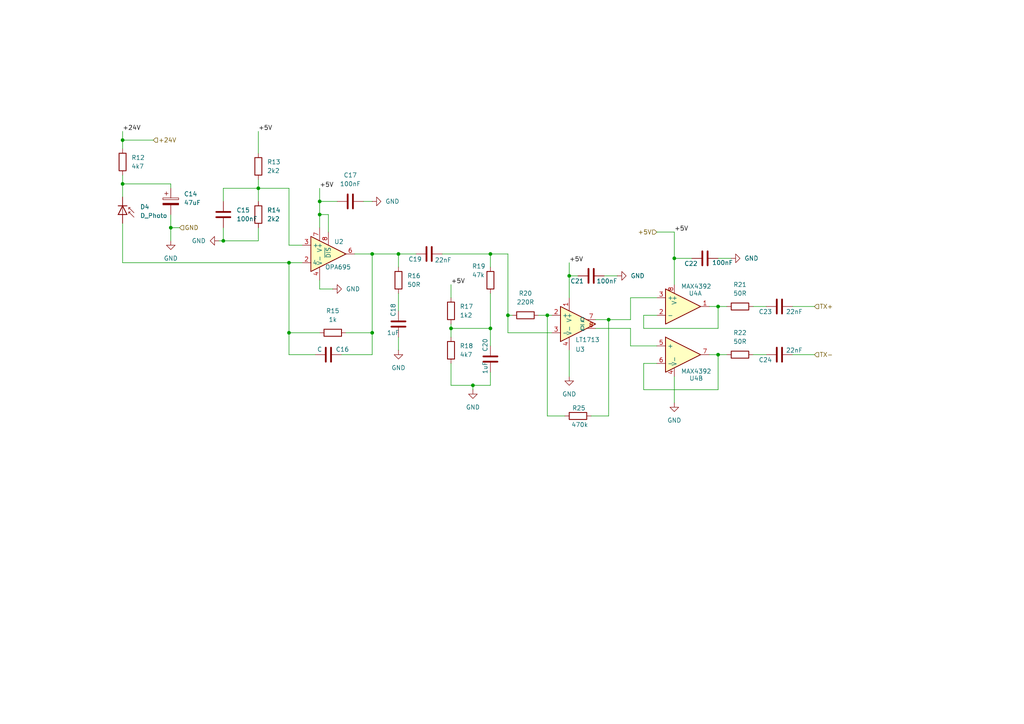
<source format=kicad_sch>
(kicad_sch (version 20231120) (generator "eeschema") (generator_version "8.0")
  (paper "A4")
  (lib_symbols
    (symbol "Device:C" (pin_numbers hide) (pin_names (offset 0.254))
      (property "Reference" "C" (at 0.635 2.54 0))
      (property "Value" "C" (at 0.635 -2.54 0))
      (symbol "C_0_1"
        (polyline (pts (xy -2.032 -0.762) (xy 2.032 -0.762)) (stroke (width 0.508)))
        (polyline (pts (xy -2.032 0.762) (xy 2.032 0.762)) (stroke (width 0.508)))
      )
      (symbol "C_1_1"
        (pin passive line (at 0 3.81 270) (length 2.794) (name "~") (number "1"))
        (pin passive line (at 0 -3.81 90) (length 2.794) (name "~") (number "2"))
      )
    )
    (symbol "Device:C_Polarized" (pin_numbers hide) (pin_names (offset 0.254))
      (property "Reference" "C" (at 0.635 2.54 0))
      (property "Value" "C_Polarized" (at 0.635 -2.54 0))
      (symbol "C_Polarized_0_1"
        (rectangle (start -2.286 0.508) (end 2.286 1.016))
        (polyline (pts (xy -1.778 2.286) (xy -0.762 2.286)))
        (polyline (pts (xy -1.27 2.794) (xy -1.27 1.778)))
        (rectangle (start 2.286 -0.508) (end -2.286 -1.016) (fill (type outline)))
      )
      (symbol "C_Polarized_1_1"
        (pin passive line (at 0 3.81 270) (length 2.794) (name "~") (number "1"))
        (pin passive line (at 0 -3.81 90) (length 2.794) (name "~") (number "2"))
      )
    )
    (symbol "Device:D_Photo" (pin_numbers hide) (pin_names hide)
      (property "Reference" "D" (at 0.508 1.778 0))
      (property "Value" "D_Photo" (at -1.016 -2.794 0))
      (symbol "D_Photo_0_1"
        (polyline (pts (xy -2.54 1.27) (xy -2.54 -1.27)) (stroke (width 0.254)))
        (polyline (pts (xy -2.032 1.778) (xy -1.524 1.778)))
        (polyline (pts (xy 0 0) (xy -2.54 0)))
        (polyline (pts (xy -0.508 3.302) (xy -2.032 1.778) (xy -2.032 2.286)))
        (polyline (pts (xy 0 -1.27) (xy 0 1.27) (xy -2.54 0) (xy 0 -1.27)) (stroke (width 0.254)))
        (polyline (pts (xy 0.762 3.302) (xy -0.762 1.778) (xy -0.762 2.286) (xy -0.762 1.778) (xy -0.254 1.778)))
      )
      (symbol "D_Photo_1_1"
        (pin passive line (at -5.08 0 0) (length 2.54) (name "K") (number "1"))
        (pin passive line (at 2.54 0 180) (length 2.54) (name "A") (number "2"))
      )
    )
    (symbol "Device:R" (pin_numbers hide) (pin_names (offset 0))
      (property "Reference" "R" (at 2.032 0 90))
      (property "Value" "R" (at 0 0 90))
      (symbol "R_0_1"
        (rectangle (start -1.016 -2.54) (end 1.016 2.54) (stroke (width 0.254)))
      )
      (symbol "R_1_1"
        (pin passive line (at 0 3.81 270) (length 1.27) (name "~") (number "1"))
        (pin passive line (at 0 -3.81 90) (length 1.27) (name "~") (number "2"))
      )
    )
    (symbol "laser_com_lib:LT1713"
      (property "Reference" "U" (at 0 0 0))
      (property "Value" "LT1713" (at 4.572 3.302 0))
      (symbol "LT1713_0_1"
        (polyline (pts (xy 5.08 7.62) (xy -5.08 12.7) (xy -5.08 2.54) (xy 5.08 7.62)) (stroke (width 0.254)) (fill (type background)))
      )
      (symbol "LT1713_1_1"
        (pin power_in line (at -2.54 15.24 270) (length 3.81) (name "V+") (number "1"))
        (pin input line (at -7.62 10.16 0) (length 2.54) (name "+") (number "2"))
        (pin input line (at -7.62 5.08 0) (length 2.54) (name "-") (number "3"))
        (pin power_in line (at -2.54 0 90) (length 3.81) (name "V-") (number "4"))
        (pin output line (at 5.08 8.89 180) (length 2.54) (name "Q") (number "7"))
        (pin output line (at 5.08 6.35 180) (length 2.54) (name "~{Q}") (number "8"))
      )
    )
    (symbol "laser_com_lib:MAX4392"
      (property "Reference" "U" (at 0 4.826 0))
      (property "Value" "MAX4392" (at 6.858 2.54 0))
      (symbol "MAX4392_1_1"
        (polyline (pts (xy -3.81 11.43) (xy 6.35 6.35) (xy -3.81 1.27) (xy -3.81 11.43)) (stroke (width 0.254)) (fill (type background)))
        (pin output line (at 8.89 6.35 180) (length 2.54) (name "~") (number "1"))
        (pin input line (at -6.35 3.81 0) (length 2.54) (name "-") (number "2"))
        (pin input line (at -6.35 8.89 0) (length 2.54) (name "+") (number "3"))
        (pin bidirectional line (at -1.27 12.7 270) (length 2.54) (name "V+") (number "8"))
      )
      (symbol "MAX4392_2_1"
        (polyline (pts (xy -3.81 5.08) (xy 6.35 0) (xy -3.81 -5.08) (xy -3.81 5.08)) (stroke (width 0.254)) (fill (type background)))
        (pin bidirectional line (at -1.27 -6.35 90) (length 2.54) (name "V-") (number "4"))
        (pin input line (at -6.35 2.54 0) (length 2.54) (name "+") (number "5"))
        (pin input line (at -6.35 -2.54 0) (length 2.54) (name "-") (number "6"))
        (pin output line (at 8.89 0 180) (length 2.54) (name "~") (number "7"))
      )
    )
    (symbol "laser_com_lib:OPA695"
      (property "Reference" "U" (at 0 0 0))
      (property "Value" "OPA695" (at 5.334 2.54 0))
      (symbol "OPA695_0_1"
        (polyline (pts (xy 5.08 6.35) (xy -5.08 11.43) (xy -5.08 1.27) (xy 5.08 6.35)) (stroke (width 0.254)) (fill (type background)))
      )
      (symbol "OPA695_1_1"
        (pin input line (at -7.62 3.81 0) (length 2.54) (name "4") (number "2"))
        (pin input line (at -7.62 8.89 0) (length 2.54) (name "+") (number "3"))
        (pin power_in line (at -2.54 -1.27 90) (length 3.81) (name "V-") (number "4"))
        (pin output line (at 7.62 6.35 180) (length 2.54) (name "~") (number "6"))
        (pin power_in line (at -2.54 13.97 270) (length 3.81) (name "V+") (number "7"))
        (pin power_in line (at 0 12.7 270) (length 3.81) (name "~{DIS}") (number "8"))
      )
    )
    (symbol "power:GND" (power) (pin_numbers hide) (pin_names (offset 0) hide)
      (property "Value" "GND" (at 0 -3.81 0))
      (symbol "GND_0_1"
        (polyline (pts (xy 0 0) (xy 0 -1.27) (xy 1.27 -1.27) (xy 0 -2.54) (xy -1.27 -1.27) (xy 0 -1.27)))
      )
      (symbol "GND_1_1"
        (pin power_in line (at 0 0 270) (length 0) (name "~") (number "1"))
      )
    )
  )
  (junction (at 130.81 95.25))
  (junction (at 176.53 92.71))
  (junction (at 147.32 91.44))
  (junction (at 107.95 96.52))
  (junction (at 165.1 80.01))
  (junction (at 208.28 88.9))
  (junction (at 92.71 62.23))
  (junction (at 107.95 73.66))
  (junction (at 158.75 91.44))
  (junction (at 142.24 73.66))
  (junction (at 35.56 53.34))
  (junction (at 115.57 73.66))
  (junction (at 83.82 96.52))
  (junction (at 195.58 74.93))
  (junction (at 64.77 69.85))
  (junction (at 49.53 66.04))
  (junction (at 74.93 54.61))
  (junction (at 142.24 95.25))
  (junction (at 83.82 76.2))
  (junction (at 35.56 40.64))
  (junction (at 208.28 102.87))
  (junction (at 92.71 58.42))
  (junction (at 137.16 111.76))
  (wire (pts (xy 74.93 54.61) (xy 74.93 58.42)))
  (wire (pts (xy 95.25 67.31) (xy 95.25 62.23)))
  (wire (pts (xy 176.53 120.65) (xy 171.45 120.65)))
  (wire (pts (xy 147.32 91.44) (xy 147.32 96.52)))
  (wire (pts (xy 229.87 102.87) (xy 236.22 102.87)))
  (wire (pts (xy 182.88 95.25) (xy 182.88 100.33)))
  (wire (pts (xy 49.53 53.34) (xy 49.53 54.61)))
  (wire (pts (xy 130.81 111.76) (xy 137.16 111.76)))
  (wire (pts (xy 49.53 66.04) (xy 49.53 69.85)))
  (wire (pts (xy 64.77 69.85) (xy 74.93 69.85)))
  (wire (pts (xy 190.5 86.36) (xy 182.88 86.36)))
  (wire (pts (xy 115.57 97.79) (xy 115.57 101.6)))
  (wire (pts (xy 208.28 95.25) (xy 208.28 88.9)))
  (wire (pts (xy 218.44 88.9) (xy 222.25 88.9)))
  (wire (pts (xy 92.71 83.82) (xy 92.71 81.28)))
  (wire (pts (xy 142.24 95.25) (xy 142.24 100.33)))
  (wire (pts (xy 35.56 40.64) (xy 44.45 40.64)))
  (wire (pts (xy 137.16 113.03) (xy 137.16 111.76)))
  (wire (pts (xy 83.82 102.87) (xy 91.44 102.87)))
  (wire (pts (xy 92.71 58.42) (xy 97.79 58.42)))
  (wire (pts (xy 95.25 62.23) (xy 92.71 62.23)))
  (wire (pts (xy 165.1 76.2) (xy 165.1 80.01)))
  (wire (pts (xy 158.75 120.65) (xy 158.75 91.44)))
  (wire (pts (xy 208.28 102.87) (xy 205.74 102.87)))
  (wire (pts (xy 74.93 54.61) (xy 83.82 54.61)))
  (wire (pts (xy 165.1 80.01) (xy 165.1 86.36)))
  (wire (pts (xy 107.95 96.52) (xy 107.95 102.87)))
  (wire (pts (xy 176.53 92.71) (xy 172.72 92.71)))
  (wire (pts (xy 190.5 105.41) (xy 186.69 105.41)))
  (wire (pts (xy 190.5 91.44) (xy 186.69 91.44)))
  (wire (pts (xy 130.81 95.25) (xy 142.24 95.25)))
  (wire (pts (xy 165.1 80.01) (xy 167.64 80.01)))
  (wire (pts (xy 182.88 100.33) (xy 190.5 100.33)))
  (wire (pts (xy 186.69 113.03) (xy 208.28 113.03)))
  (wire (pts (xy 128.27 73.66) (xy 142.24 73.66)))
  (wire (pts (xy 96.52 83.82) (xy 92.71 83.82)))
  (wire (pts (xy 83.82 54.61) (xy 83.82 71.12)))
  (wire (pts (xy 130.81 105.41) (xy 130.81 111.76)))
  (wire (pts (xy 147.32 73.66) (xy 147.32 91.44)))
  (wire (pts (xy 35.56 50.8) (xy 35.56 53.34)))
  (wire (pts (xy 190.5 67.31) (xy 195.58 67.31)))
  (wire (pts (xy 142.24 73.66) (xy 142.24 77.47)))
  (wire (pts (xy 64.77 66.04) (xy 64.77 69.85)))
  (wire (pts (xy 208.28 88.9) (xy 205.74 88.9)))
  (wire (pts (xy 49.53 62.23) (xy 49.53 66.04)))
  (wire (pts (xy 208.28 74.93) (xy 212.09 74.93)))
  (wire (pts (xy 137.16 111.76) (xy 142.24 111.76)))
  (wire (pts (xy 147.32 96.52) (xy 160.02 96.52)))
  (wire (pts (xy 142.24 85.09) (xy 142.24 95.25)))
  (wire (pts (xy 115.57 73.66) (xy 120.65 73.66)))
  (wire (pts (xy 208.28 113.03) (xy 208.28 102.87)))
  (wire (pts (xy 74.93 38.1) (xy 74.93 44.45)))
  (wire (pts (xy 35.56 64.77) (xy 35.56 76.2)))
  (wire (pts (xy 130.81 82.55) (xy 130.81 86.36)))
  (wire (pts (xy 182.88 86.36) (xy 182.88 92.71)))
  (wire (pts (xy 186.69 105.41) (xy 186.69 113.03)))
  (wire (pts (xy 102.87 73.66) (xy 107.95 73.66)))
  (wire (pts (xy 83.82 76.2) (xy 83.82 96.52)))
  (wire (pts (xy 92.71 58.42) (xy 92.71 62.23)))
  (wire (pts (xy 158.75 91.44) (xy 160.02 91.44)))
  (wire (pts (xy 35.56 76.2) (xy 83.82 76.2)))
  (wire (pts (xy 229.87 88.9) (xy 236.22 88.9)))
  (wire (pts (xy 186.69 91.44) (xy 186.69 95.25)))
  (wire (pts (xy 74.93 69.85) (xy 74.93 66.04)))
  (wire (pts (xy 83.82 71.12) (xy 87.63 71.12)))
  (wire (pts (xy 49.53 53.34) (xy 35.56 53.34)))
  (wire (pts (xy 218.44 102.87) (xy 222.25 102.87)))
  (wire (pts (xy 83.82 96.52) (xy 83.82 102.87)))
  (wire (pts (xy 176.53 92.71) (xy 176.53 120.65)))
  (wire (pts (xy 92.71 96.52) (xy 83.82 96.52)))
  (wire (pts (xy 130.81 95.25) (xy 130.81 97.79)))
  (wire (pts (xy 172.72 95.25) (xy 182.88 95.25)))
  (wire (pts (xy 142.24 111.76) (xy 142.24 107.95)))
  (wire (pts (xy 35.56 38.1) (xy 35.56 40.64)))
  (wire (pts (xy 64.77 58.42) (xy 64.77 54.61)))
  (wire (pts (xy 195.58 67.31) (xy 195.58 74.93)))
  (wire (pts (xy 107.95 73.66) (xy 107.95 96.52)))
  (wire (pts (xy 105.41 58.42) (xy 107.95 58.42)))
  (wire (pts (xy 35.56 40.64) (xy 35.56 43.18)))
  (wire (pts (xy 195.58 109.22) (xy 195.58 116.84)))
  (wire (pts (xy 208.28 102.87) (xy 210.82 102.87)))
  (wire (pts (xy 195.58 74.93) (xy 200.66 74.93)))
  (wire (pts (xy 115.57 73.66) (xy 115.57 77.47)))
  (wire (pts (xy 142.24 73.66) (xy 147.32 73.66)))
  (wire (pts (xy 107.95 73.66) (xy 115.57 73.66)))
  (wire (pts (xy 83.82 76.2) (xy 87.63 76.2)))
  (wire (pts (xy 182.88 92.71) (xy 176.53 92.71)))
  (wire (pts (xy 186.69 95.25) (xy 208.28 95.25)))
  (wire (pts (xy 49.53 66.04) (xy 52.07 66.04)))
  (wire (pts (xy 92.71 62.23) (xy 92.71 66.04)))
  (wire (pts (xy 165.1 101.6) (xy 165.1 109.22)))
  (wire (pts (xy 107.95 102.87) (xy 99.06 102.87)))
  (wire (pts (xy 175.26 80.01) (xy 179.07 80.01)))
  (wire (pts (xy 115.57 85.09) (xy 115.57 90.17)))
  (wire (pts (xy 208.28 88.9) (xy 210.82 88.9)))
  (wire (pts (xy 64.77 69.85) (xy 63.5 69.85)))
  (wire (pts (xy 147.32 91.44) (xy 148.59 91.44)))
  (wire (pts (xy 74.93 54.61) (xy 74.93 52.07)))
  (wire (pts (xy 100.33 96.52) (xy 107.95 96.52)))
  (wire (pts (xy 195.58 82.55) (xy 195.58 74.93)))
  (wire (pts (xy 163.83 120.65) (xy 158.75 120.65)))
  (wire (pts (xy 35.56 53.34) (xy 35.56 57.15)))
  (wire (pts (xy 92.71 54.61) (xy 92.71 58.42)))
  (wire (pts (xy 64.77 54.61) (xy 74.93 54.61)))
  (wire (pts (xy 156.21 91.44) (xy 158.75 91.44)))
  (wire (pts (xy 130.81 93.98) (xy 130.81 95.25)))
  (label "+5V" (at 165.1 76.2 0))
  (label "+5V" (at 92.71 54.61 0))
  (label "+24V" (at 35.56 38.1 0))
  (label "+5V" (at 74.93 38.1 0))
  (label "+5V" (at 130.81 82.55 0))
  (label "+5V" (at 195.58 67.31 0))
  (hierarchical_label "TX-" (shape input) (at 236.22 102.87 0))
  (hierarchical_label "+5V" (shape input) (at 190.5 67.31 180))
  (hierarchical_label "GND" (shape input) (at 52.07 66.04 0))
  (hierarchical_label "TX+" (shape input) (at 236.22 88.9 0))
  (hierarchical_label "+24V" (shape input) (at 44.45 40.64 0))
  (symbol (lib_id "Device:R") (at 74.93 48.26 0) (unit 1)
    (property "Reference" "R13" (at 77.47 46.9899 0) (effects (justify left)))
    (property "Value" "2k2" (at 77.47 49.5299 0) (effects (justify left)))
    (property "Footprint" "Resistor_SMD:R_0805_2012Metric_Pad1.20x1.40mm_HandSolder" (effects (hide yes)))
    (property "Description" "Resistor" (effects (hide yes)))
  )
  (symbol (lib_id "laser_com_lib:LT1713") (at 167.64 101.6 0) (unit 1)
    (property "Reference" "U3" (at 166.878 101.346 0) (effects (justify left)))
    (property "Value" "LT1713" (at 166.878 98.552 0) (effects (justify left)))
    (property "Footprint" "Package_SO:MSOP-8_3x3mm_P0.65mm" (effects (hide yes)))
  )
  (symbol (lib_id "Device:R") (at 130.81 101.6 0) (unit 1)
    (property "Reference" "R18" (at 133.35 100.3299 0) (effects (justify left)))
    (property "Value" "4k7" (at 133.35 102.8699 0) (effects (justify left)))
    (property "Footprint" "Resistor_SMD:R_0805_2012Metric_Pad1.20x1.40mm_HandSolder" (effects (hide yes)))
    (property "Description" "Resistor" (effects (hide yes)))
  )
  (symbol (lib_id "Device:R") (at 214.63 88.9 90) (unit 1)
    (property "Reference" "R21" (at 214.63 82.55 90))
    (property "Value" "50R" (at 214.63 85.09 90))
    (property "Footprint" "Resistor_SMD:R_0805_2012Metric_Pad1.20x1.40mm_HandSolder" (effects (hide yes)))
    (property "Description" "Resistor" (effects (hide yes)))
  )
  (symbol (lib_id "Device:R") (at 142.24 81.28 0) (unit 1)
    (property "Reference" "R19" (at 136.906 77.216 0) (effects (justify left)))
    (property "Value" "47k" (at 136.906 79.756 0) (effects (justify left)))
    (property "Footprint" "Resistor_SMD:R_0805_2012Metric_Pad1.20x1.40mm_HandSolder" (effects (hide yes)))
    (property "Description" "Resistor" (effects (hide yes)))
  )
  (symbol (lib_id "power:GND") (at 165.1 109.22 0) (unit 1)
    (property "Reference" "#PWR020" (effects (hide yes)))
    (property "Value" "GND" (at 165.1 114.3 0))
    (property "Description" "Power symbol creates a global label with name \"GND\" , ground" (effects (hide yes)))
  )
  (symbol (lib_id "Device:C") (at 226.06 88.9 270) (unit 1)
    (property "Reference" "C23" (at 221.996 90.424 90))
    (property "Value" "22nF" (at 230.378 90.424 90))
    (property "Footprint" "Capacitor_SMD:C_0805_2012Metric_Pad1.18x1.45mm_HandSolder" (effects (hide yes)))
    (property "Description" "Unpolarized capacitor" (effects (hide yes)))
  )
  (symbol (lib_id "Device:C") (at 64.77 62.23 0) (unit 1)
    (property "Reference" "C15" (at 68.58 60.9599 0) (effects (justify left)))
    (property "Value" "100nF" (at 68.58 63.4999 0) (effects (justify left)))
    (property "Footprint" "Capacitor_SMD:C_0805_2012Metric_Pad1.18x1.45mm_HandSolder" (effects (hide yes)))
    (property "Description" "Unpolarized capacitor" (effects (hide yes)))
  )
  (symbol (lib_id "laser_com_lib:MAX4392") (at 196.85 102.87 0) (unit 2)
    (property "Reference" "U4" (at 201.93 109.728 0))
    (property "Value" "MAX4392" (at 201.93 107.696 0))
    (property "Footprint" "libs:SOP65P490X110-8N" (effects (hide yes)))
  )
  (symbol (lib_id "Device:R") (at 74.93 62.23 0) (unit 1)
    (property "Reference" "R14" (at 77.47 60.9599 0) (effects (justify left)))
    (property "Value" "2k2" (at 77.47 63.4999 0) (effects (justify left)))
    (property "Footprint" "Resistor_SMD:R_0805_2012Metric_Pad1.20x1.40mm_HandSolder" (effects (hide yes)))
    (property "Description" "Resistor" (effects (hide yes)))
  )
  (symbol (lib_id "laser_com_lib:MAX4392") (at 196.85 95.25 0) (unit 1)
    (property "Reference" "U4" (at 201.676 85.09 0))
    (property "Value" "MAX4392" (at 201.93 83.058 0))
    (property "Footprint" "libs:SOP65P490X110-8N" (effects (hide yes)))
  )
  (symbol (lib_id "Device:R") (at 130.81 90.17 0) (unit 1)
    (property "Reference" "R17" (at 133.35 88.8999 0) (effects (justify left)))
    (property "Value" "1k2" (at 133.35 91.4399 0) (effects (justify left)))
    (property "Footprint" "Resistor_SMD:R_0805_2012Metric_Pad1.20x1.40mm_HandSolder" (effects (hide yes)))
    (property "Description" "Resistor" (effects (hide yes)))
  )
  (symbol (lib_id "power:GND") (at 49.53 69.85 0) (unit 1)
    (property "Reference" "#PWR014" (effects (hide yes)))
    (property "Value" "GND" (at 49.53 74.93 0))
    (property "Description" "Power symbol creates a global label with name \"GND\" , ground" (effects (hide yes)))
  )
  (symbol (lib_id "Device:C") (at 115.57 93.98 180) (unit 1)
    (property "Reference" "C18" (at 114.046 89.916 90))
    (property "Value" "1uF" (at 114.046 96.52 0))
    (property "Footprint" "Capacitor_SMD:C_0805_2012Metric_Pad1.18x1.45mm_HandSolder" (effects (hide yes)))
    (property "Description" "Unpolarized capacitor" (effects (hide yes)))
  )
  (symbol (lib_id "power:GND") (at 212.09 74.93 90) (unit 1)
    (property "Reference" "#PWR023" (effects (hide yes)))
    (property "Value" "GND" (at 215.9 74.9299 90) (effects (justify right)))
    (property "Description" "Power symbol creates a global label with name \"GND\" , ground" (effects (hide yes)))
  )
  (symbol (lib_id "Device:R") (at 96.52 96.52 270) (unit 1)
    (property "Reference" "R15" (at 96.52 90.17 90))
    (property "Value" "1k" (at 96.52 92.71 90))
    (property "Footprint" "Resistor_SMD:R_0805_2012Metric_Pad1.20x1.40mm_HandSolder" (effects (hide yes)))
    (property "Description" "Resistor" (effects (hide yes)))
  )
  (symbol (lib_id "Device:C") (at 124.46 73.66 270) (unit 1)
    (property "Reference" "C19" (at 120.396 75.184 90))
    (property "Value" "22nF" (at 128.524 75.438 90))
    (property "Footprint" "Capacitor_SMD:C_0805_2012Metric_Pad1.18x1.45mm_HandSolder" (effects (hide yes)))
    (property "Description" "Unpolarized capacitor" (effects (hide yes)))
  )
  (symbol (lib_id "Device:C") (at 226.06 102.87 270) (unit 1)
    (property "Reference" "C24" (at 221.996 104.394 90))
    (property "Value" "22nF" (at 230.378 101.6 90))
    (property "Footprint" "Capacitor_SMD:C_0805_2012Metric_Pad1.18x1.45mm_HandSolder" (effects (hide yes)))
    (property "Description" "Unpolarized capacitor" (effects (hide yes)))
  )
  (symbol (lib_id "power:GND") (at 107.95 58.42 90) (unit 1)
    (property "Reference" "#PWR017" (effects (hide yes)))
    (property "Value" "GND" (at 111.76 58.4199 90) (effects (justify right)))
    (property "Description" "Power symbol creates a global label with name \"GND\" , ground" (effects (hide yes)))
  )
  (symbol (lib_id "Device:R") (at 115.57 81.28 0) (unit 1)
    (property "Reference" "R16" (at 118.11 80.0099 0) (effects (justify left)))
    (property "Value" "50R" (at 118.11 82.5499 0) (effects (justify left)))
    (property "Footprint" "Resistor_SMD:R_0805_2012Metric_Pad1.20x1.40mm_HandSolder" (effects (hide yes)))
    (property "Description" "Resistor" (effects (hide yes)))
  )
  (symbol (lib_id "laser_com_lib:OPA695") (at 95.25 80.01 0) (unit 1)
    (property "Reference" "U2" (at 98.298 70.104 0))
    (property "Value" "OPA695" (at 98.044 77.47 0))
    (property "Footprint" "Package_SO:SOIC-8_3.9x4.9mm_P1.27mm" (effects (hide yes)))
  )
  (symbol (lib_id "Device:R") (at 167.64 120.65 90) (unit 1)
    (property "Reference" "R25" (at 167.894 118.364 90))
    (property "Value" "470k" (at 168.148 123.19 90))
    (property "Footprint" "Resistor_SMD:R_0805_2012Metric_Pad1.20x1.40mm_HandSolder" (effects (hide yes)))
    (property "Description" "Resistor" (effects (hide yes)))
  )
  (symbol (lib_id "Device:R") (at 35.56 46.99 0) (unit 1)
    (property "Reference" "R12" (at 38.1 45.7199 0) (effects (justify left)))
    (property "Value" "4k7" (at 38.1 48.2599 0) (effects (justify left)))
    (property "Footprint" "Resistor_SMD:R_0805_2012Metric_Pad1.20x1.40mm_HandSolder" (effects (hide yes)))
    (property "Description" "Resistor" (effects (hide yes)))
  )
  (symbol (lib_id "Device:C") (at 142.24 104.14 180) (unit 1)
    (property "Reference" "C20" (at 140.716 100.076 90))
    (property "Value" "1uF" (at 140.716 106.68 90))
    (property "Footprint" "Capacitor_SMD:C_0805_2012Metric_Pad1.18x1.45mm_HandSolder" (effects (hide yes)))
    (property "Description" "Unpolarized capacitor" (effects (hide yes)))
  )
  (symbol (lib_id "power:GND") (at 115.57 101.6 0) (unit 1)
    (property "Reference" "#PWR018" (effects (hide yes)))
    (property "Value" "GND" (at 115.57 106.68 0))
    (property "Description" "Power symbol creates a global label with name \"GND\" , ground" (effects (hide yes)))
  )
  (symbol (lib_id "Device:D_Photo") (at 35.56 62.23 270) (unit 1)
    (property "Reference" "D4" (at 40.64 60.0074 90) (effects (justify left)))
    (property "Value" "D_Photo" (at 40.64 62.5474 90) (effects (justify left)))
    (property "Footprint" "Connector_PinHeader_2.54mm:PinHeader_2x01_P2.54mm_Vertical" (effects (hide yes)))
    (property "Description" "Photodiode" (effects (hide yes)))
  )
  (symbol (lib_id "Device:C_Polarized") (at 49.53 58.42 0) (unit 1)
    (property "Reference" "C14" (at 53.34 56.2609 0) (effects (justify left)))
    (property "Value" "47uF" (at 53.34 58.8009 0) (effects (justify left)))
    (property "Footprint" "Capacitor_Tantalum_SMD:CP_EIA-3216-18_Kemet-A" (effects (hide yes)))
    (property "Description" "Polarized capacitor" (effects (hide yes)))
  )
  (symbol (lib_id "Device:C") (at 101.6 58.42 270) (unit 1)
    (property "Reference" "C17" (at 101.6 50.8 90))
    (property "Value" "100nF" (at 101.6 53.34 90))
    (property "Footprint" "Capacitor_SMD:C_0805_2012Metric_Pad1.18x1.45mm_HandSolder" (effects (hide yes)))
    (property "Description" "Unpolarized capacitor" (effects (hide yes)))
  )
  (symbol (lib_id "Device:C") (at 171.45 80.01 270) (unit 1)
    (property "Reference" "C21" (at 167.386 81.534 90))
    (property "Value" "100nF" (at 176.022 81.534 90))
    (property "Footprint" "Capacitor_SMD:C_0805_2012Metric_Pad1.18x1.45mm_HandSolder" (effects (hide yes)))
    (property "Description" "Unpolarized capacitor" (effects (hide yes)))
  )
  (symbol (lib_id "power:GND") (at 179.07 80.01 90) (unit 1)
    (property "Reference" "#PWR021" (effects (hide yes)))
    (property "Value" "GND" (at 182.88 80.0099 90) (effects (justify right)))
    (property "Description" "Power symbol creates a global label with name \"GND\" , ground" (effects (hide yes)))
  )
  (symbol (lib_id "power:GND") (at 195.58 116.84 0) (unit 1)
    (property "Reference" "#PWR022" (effects (hide yes)))
    (property "Value" "GND" (at 195.58 121.92 0))
    (property "Description" "Power symbol creates a global label with name \"GND\" , ground" (effects (hide yes)))
  )
  (symbol (lib_id "power:GND") (at 96.52 83.82 90) (unit 1)
    (property "Reference" "#PWR016" (effects (hide yes)))
    (property "Value" "GND" (at 100.33 83.8199 90) (effects (justify right)))
    (property "Description" "Power symbol creates a global label with name \"GND\" , ground" (effects (hide yes)))
  )
  (symbol (lib_id "power:GND") (at 63.5 69.85 270) (unit 1)
    (property "Reference" "#PWR015" (effects (hide yes)))
    (property "Value" "GND" (at 59.69 69.8499 90) (effects (justify right)))
    (property "Description" "Power symbol creates a global label with name \"GND\" , ground" (effects (hide yes)))
  )
  (symbol (lib_id "Device:C") (at 95.25 102.87 90) (unit 1)
    (property "Reference" "C16" (at 99.314 101.346 90))
    (property "Value" "C" (at 92.71 101.346 90))
    (property "Footprint" "Capacitor_SMD:C_0805_2012Metric_Pad1.18x1.45mm_HandSolder" (effects (hide yes)))
    (property "Description" "Unpolarized capacitor" (effects (hide yes)))
  )
  (symbol (lib_id "Device:C") (at 204.47 74.93 270) (unit 1)
    (property "Reference" "C22" (at 200.406 76.454 90))
    (property "Value" "100nF" (at 209.55 76.2 90))
    (property "Footprint" "Capacitor_SMD:C_0805_2012Metric_Pad1.18x1.45mm_HandSolder" (effects (hide yes)))
    (property "Description" "Unpolarized capacitor" (effects (hide yes)))
  )
  (symbol (lib_id "Device:R") (at 152.4 91.44 90) (unit 1)
    (property "Reference" "R20" (at 152.4 85.09 90))
    (property "Value" "220R" (at 152.4 87.63 90))
    (property "Footprint" "Resistor_SMD:R_0805_2012Metric_Pad1.20x1.40mm_HandSolder" (effects (hide yes)))
    (property "Description" "Resistor" (effects (hide yes)))
  )
  (symbol (lib_id "power:GND") (at 137.16 113.03 0) (unit 1)
    (property "Reference" "#PWR019" (effects (hide yes)))
    (property "Value" "GND" (at 137.16 118.11 0))
    (property "Description" "Power symbol creates a global label with name \"GND\" , ground" (effects (hide yes)))
  )
  (symbol (lib_id "Device:R") (at 214.63 102.87 90) (unit 1)
    (property "Reference" "R22" (at 214.63 96.52 90))
    (property "Value" "50R" (at 214.63 99.06 90))
    (property "Footprint" "Resistor_SMD:R_0805_2012Metric_Pad1.20x1.40mm_HandSolder" (effects (hide yes)))
    (property "Description" "Resistor" (effects (hide yes)))
  )
)
</source>
